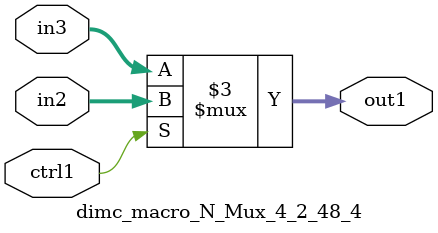
<source format=v>

`timescale 1ps / 1ps


module dimc_macro_N_Mux_4_2_48_4( in3, in2, ctrl1, out1 );

    input [3:0] in3;
    input [3:0] in2;
    input ctrl1;
    output [3:0] out1;
    reg [3:0] out1;

    
    // rtl_process:dimc_macro_N_Mux_4_2_48_4/dimc_macro_N_Mux_4_2_48_4_thread_1
    always @*
      begin : dimc_macro_N_Mux_4_2_48_4_thread_1
        case (ctrl1) 
          1'b1: 
            begin
              out1 = in2;
            end
          default: 
            begin
              out1 = in3;
            end
        endcase
      end

endmodule



</source>
